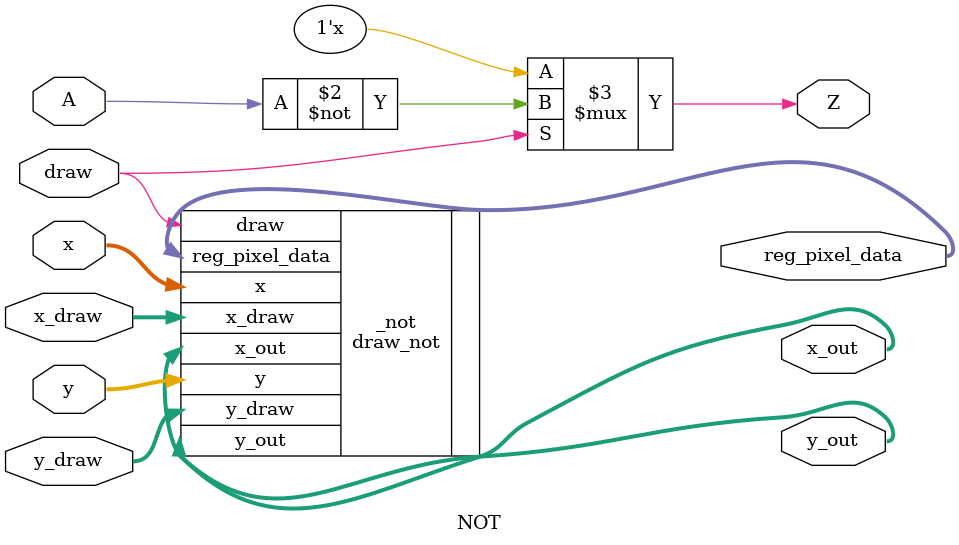
<source format=v>
module AND (A, B, Z, draw, x, x_draw, x_out, y, y_draw, y_out, reg_pixel_data);
input A, B, draw;
output reg Z;
input [6:0]x, x_draw;
input [5:0]y, y_draw;
output [6:0] x_out;
output [5:0] y_out;
output [15:0]reg_pixel_data;
draw_and _and(.draw(draw), .x(x), .x_draw(x_draw) , .x_out(x_out), .y(y), .y_draw(y_draw), .y_out(y_out), .reg_pixel_data(reg_pixel_data));
always @(*)
begin
if (draw)
    Z <= A & B;   
end
endmodule

module OR (A, B, Z, draw, x, x_draw, x_out, y, y_draw, y_out, reg_pixel_data);
input A, B, draw;
output reg Z;
input [6:0]x, x_draw;
input [5:0]y, y_draw;
output [6:0] x_out;
output [5:0] y_out;
output [15:0]reg_pixel_data;
draw_or _or(.draw(draw), .x(x), .x_draw(x_draw) , .x_out(x_out), .y(y), .y_draw(y_draw), .y_out(y_out), .reg_pixel_data(reg_pixel_data));
always @(*)
begin
if (draw)
    Z <= A | B;   
end
endmodule

module NOT (A, Z, draw, x, x_draw, x_out, y, y_draw, y_out, reg_pixel_data);
input A, draw;
output reg Z;
input [6:0]x, x_draw;
input [5:0]y, y_draw;
output [6:0] x_out;
output [5:0] y_out;
output [15:0]reg_pixel_data;
draw_not _not(.draw(draw), .x(x), .x_draw(x_draw) , .x_out(x_out), .y(y), .y_draw(y_draw), .y_out(y_out), .reg_pixel_data(reg_pixel_data));
always @(*)
begin
if (draw)
    Z <= ~A;   
end
endmodule
</source>
